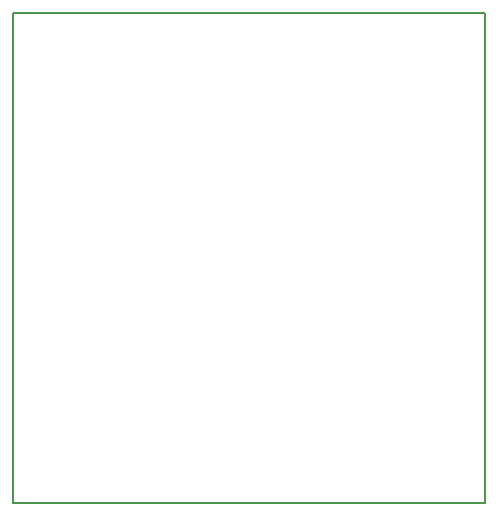
<source format=gbr>
G04 #@! TF.GenerationSoftware,KiCad,Pcbnew,5.1.5+dfsg1-2~bpo10+1*
G04 #@! TF.CreationDate,2020-01-20T23:41:54+01:00*
G04 #@! TF.ProjectId,video-booster-board,76696465-6f2d-4626-9f6f-737465722d62,rev?*
G04 #@! TF.SameCoordinates,Original*
G04 #@! TF.FileFunction,Profile,NP*
%FSLAX46Y46*%
G04 Gerber Fmt 4.6, Leading zero omitted, Abs format (unit mm)*
G04 Created by KiCad (PCBNEW 5.1.5+dfsg1-2~bpo10+1) date 2020-01-20 23:41:54*
%MOMM*%
%LPD*%
G04 APERTURE LIST*
%ADD10C,0.150000*%
G04 APERTURE END LIST*
D10*
X110000000Y-58500000D02*
X150000000Y-58500000D01*
X110000000Y-100000000D02*
X110000000Y-58500000D01*
X150000000Y-58500000D02*
X150000000Y-100000000D01*
X110000000Y-100000000D02*
X150000000Y-100000000D01*
M02*

</source>
